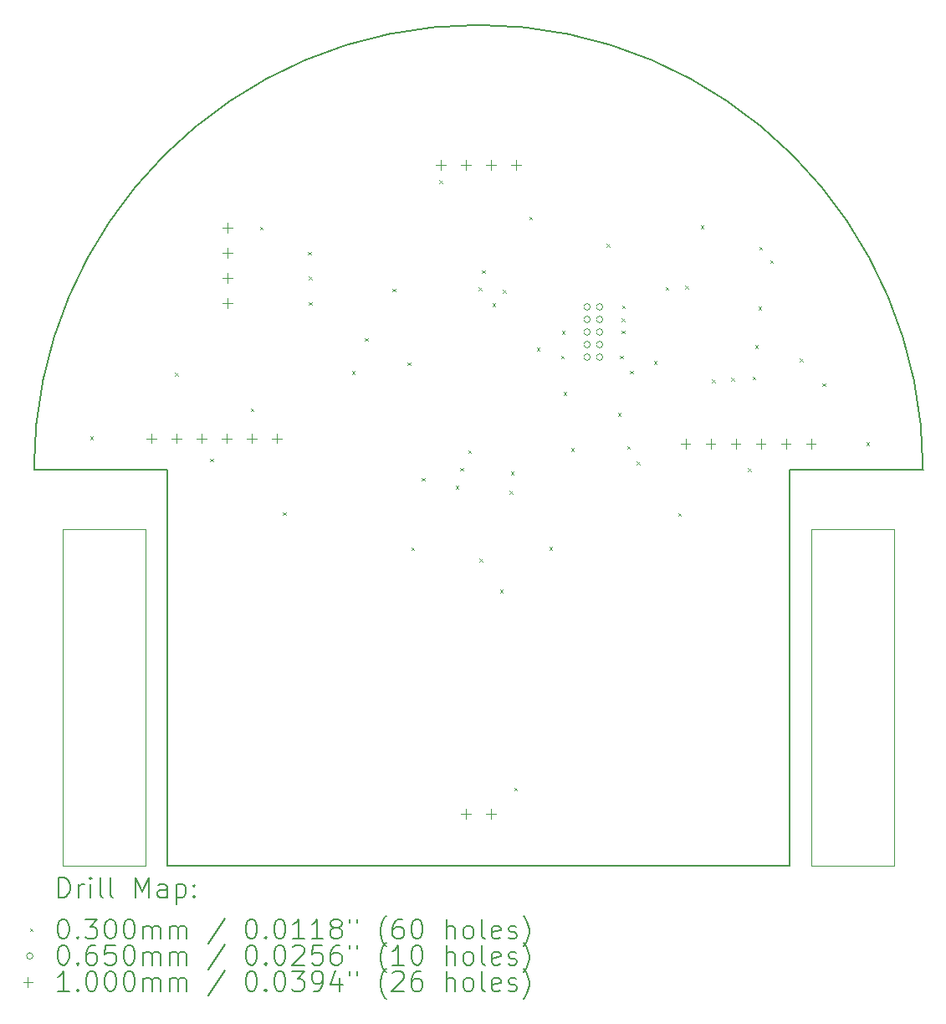
<source format=gbr>
%TF.GenerationSoftware,KiCad,Pcbnew,7.0.10*%
%TF.CreationDate,2024-01-31T17:44:46+01:00*%
%TF.ProjectId,minimouse,6d696e69-6d6f-4757-9365-2e6b69636164,rev?*%
%TF.SameCoordinates,Original*%
%TF.FileFunction,Drillmap*%
%TF.FilePolarity,Positive*%
%FSLAX45Y45*%
G04 Gerber Fmt 4.5, Leading zero omitted, Abs format (unit mm)*
G04 Created by KiCad (PCBNEW 7.0.10) date 2024-01-31 17:44:46*
%MOMM*%
%LPD*%
G01*
G04 APERTURE LIST*
%ADD10C,0.200000*%
%ADD11C,0.050000*%
%ADD12C,0.100000*%
G04 APERTURE END LIST*
D10*
X19500000Y-10000000D02*
G75*
G03*
X10500000Y-10000000I-4500000J0D01*
G01*
X18150000Y-14000000D02*
X11850000Y-14000000D01*
X11850000Y-10000000D02*
X10500000Y-10000000D01*
X18150000Y-10000000D02*
X18150000Y-14000000D01*
X19500000Y-10000000D02*
X18150000Y-10000000D01*
X11850000Y-14000000D02*
X11850000Y-10000000D01*
D11*
X10790000Y-10600000D02*
X11633000Y-10600000D01*
X11633000Y-14000000D01*
X10790000Y-14000000D01*
X10790000Y-10600000D01*
X19210000Y-14000000D02*
X18367000Y-14000000D01*
X18367000Y-10600000D01*
X19210000Y-10600000D01*
X19210000Y-14000000D01*
D10*
D12*
X11069000Y-9661000D02*
X11099000Y-9691000D01*
X11099000Y-9661000D02*
X11069000Y-9691000D01*
X11929000Y-9019000D02*
X11959000Y-9049000D01*
X11959000Y-9019000D02*
X11929000Y-9049000D01*
X12284000Y-9886000D02*
X12314000Y-9916000D01*
X12314000Y-9886000D02*
X12284000Y-9916000D01*
X12693000Y-9376000D02*
X12723000Y-9406000D01*
X12723000Y-9376000D02*
X12693000Y-9406000D01*
X12787000Y-7540000D02*
X12817000Y-7570000D01*
X12817000Y-7540000D02*
X12787000Y-7570000D01*
X13020000Y-10428000D02*
X13050000Y-10458000D01*
X13050000Y-10428000D02*
X13020000Y-10458000D01*
X13274000Y-7793000D02*
X13304000Y-7823000D01*
X13304000Y-7793000D02*
X13274000Y-7823000D01*
X13283000Y-8303000D02*
X13313000Y-8333000D01*
X13313000Y-8303000D02*
X13283000Y-8333000D01*
X13284000Y-8045000D02*
X13314000Y-8075000D01*
X13314000Y-8045000D02*
X13284000Y-8075000D01*
X13718000Y-9002000D02*
X13748000Y-9032000D01*
X13748000Y-9002000D02*
X13718000Y-9032000D01*
X13852000Y-8665000D02*
X13882000Y-8695000D01*
X13882000Y-8665000D02*
X13852000Y-8695000D01*
X14128000Y-8165000D02*
X14158000Y-8195000D01*
X14158000Y-8165000D02*
X14128000Y-8195000D01*
X14282000Y-8910000D02*
X14312000Y-8940000D01*
X14312000Y-8910000D02*
X14282000Y-8940000D01*
X14321000Y-10782000D02*
X14351000Y-10812000D01*
X14351000Y-10782000D02*
X14321000Y-10812000D01*
X14426000Y-10079000D02*
X14456000Y-10109000D01*
X14456000Y-10079000D02*
X14426000Y-10109000D01*
X14604000Y-7068000D02*
X14634000Y-7098000D01*
X14634000Y-7068000D02*
X14604000Y-7098000D01*
X14767000Y-10158000D02*
X14797000Y-10188000D01*
X14797000Y-10158000D02*
X14767000Y-10188000D01*
X14815000Y-9979000D02*
X14845000Y-10009000D01*
X14845000Y-9979000D02*
X14815000Y-10009000D01*
X14896000Y-9800000D02*
X14926000Y-9830000D01*
X14926000Y-9800000D02*
X14896000Y-9830000D01*
X15000000Y-8152000D02*
X15030000Y-8182000D01*
X15030000Y-8152000D02*
X15000000Y-8182000D01*
X15008000Y-10897000D02*
X15038000Y-10927000D01*
X15038000Y-10897000D02*
X15008000Y-10927000D01*
X15037000Y-7982000D02*
X15067000Y-8012000D01*
X15067000Y-7982000D02*
X15037000Y-8012000D01*
X15140000Y-8314000D02*
X15170000Y-8344000D01*
X15170000Y-8314000D02*
X15140000Y-8344000D01*
X15216000Y-11212000D02*
X15246000Y-11242000D01*
X15246000Y-11212000D02*
X15216000Y-11242000D01*
X15245000Y-8177000D02*
X15275000Y-8207000D01*
X15275000Y-8177000D02*
X15245000Y-8207000D01*
X15317000Y-10210000D02*
X15347000Y-10240000D01*
X15347000Y-10210000D02*
X15317000Y-10240000D01*
X15328000Y-10017000D02*
X15358000Y-10047000D01*
X15358000Y-10017000D02*
X15328000Y-10047000D01*
X15361000Y-13211000D02*
X15391000Y-13241000D01*
X15391000Y-13211000D02*
X15361000Y-13241000D01*
X15512000Y-7440000D02*
X15542000Y-7470000D01*
X15542000Y-7440000D02*
X15512000Y-7470000D01*
X15591000Y-8763000D02*
X15621000Y-8793000D01*
X15621000Y-8763000D02*
X15591000Y-8793000D01*
X15717000Y-10777000D02*
X15747000Y-10807000D01*
X15747000Y-10777000D02*
X15717000Y-10807000D01*
X15834000Y-8843000D02*
X15864000Y-8873000D01*
X15864000Y-8843000D02*
X15834000Y-8873000D01*
X15846000Y-8593000D02*
X15876000Y-8623000D01*
X15876000Y-8593000D02*
X15846000Y-8623000D01*
X15860000Y-9211000D02*
X15890000Y-9241000D01*
X15890000Y-9211000D02*
X15860000Y-9241000D01*
X15937000Y-9780000D02*
X15967000Y-9810000D01*
X15967000Y-9780000D02*
X15937000Y-9810000D01*
X16298000Y-7714000D02*
X16328000Y-7744000D01*
X16328000Y-7714000D02*
X16298000Y-7744000D01*
X16410000Y-9421750D02*
X16440000Y-9451750D01*
X16440000Y-9421750D02*
X16410000Y-9451750D01*
X16434000Y-8842000D02*
X16464000Y-8872000D01*
X16464000Y-8842000D02*
X16434000Y-8872000D01*
X16448000Y-8468000D02*
X16478000Y-8498000D01*
X16478000Y-8468000D02*
X16448000Y-8498000D01*
X16448000Y-8590000D02*
X16478000Y-8620000D01*
X16478000Y-8590000D02*
X16448000Y-8620000D01*
X16453000Y-8336000D02*
X16483000Y-8366000D01*
X16483000Y-8336000D02*
X16453000Y-8366000D01*
X16503000Y-9757000D02*
X16533000Y-9787000D01*
X16533000Y-9757000D02*
X16503000Y-9787000D01*
X16535000Y-8998000D02*
X16565000Y-9028000D01*
X16565000Y-8998000D02*
X16535000Y-9028000D01*
X16600000Y-9915000D02*
X16630000Y-9945000D01*
X16630000Y-9915000D02*
X16600000Y-9945000D01*
X16774000Y-8898000D02*
X16804000Y-8928000D01*
X16804000Y-8898000D02*
X16774000Y-8928000D01*
X16895000Y-8151000D02*
X16925000Y-8181000D01*
X16925000Y-8151000D02*
X16895000Y-8181000D01*
X17022000Y-10434000D02*
X17052000Y-10464000D01*
X17052000Y-10434000D02*
X17022000Y-10464000D01*
X17094000Y-8135000D02*
X17124000Y-8165000D01*
X17124000Y-8135000D02*
X17094000Y-8165000D01*
X17251000Y-7526000D02*
X17281000Y-7556000D01*
X17281000Y-7526000D02*
X17251000Y-7556000D01*
X17364000Y-9087000D02*
X17394000Y-9117000D01*
X17394000Y-9087000D02*
X17364000Y-9117000D01*
X17560000Y-9068000D02*
X17590000Y-9098000D01*
X17590000Y-9068000D02*
X17560000Y-9098000D01*
X17727000Y-9981000D02*
X17757000Y-10011000D01*
X17757000Y-9981000D02*
X17727000Y-10011000D01*
X17773000Y-9056000D02*
X17803000Y-9086000D01*
X17803000Y-9056000D02*
X17773000Y-9086000D01*
X17798000Y-8737000D02*
X17828000Y-8767000D01*
X17828000Y-8737000D02*
X17798000Y-8767000D01*
X17833000Y-8349000D02*
X17863000Y-8379000D01*
X17863000Y-8349000D02*
X17833000Y-8379000D01*
X17842000Y-7744000D02*
X17872000Y-7774000D01*
X17872000Y-7744000D02*
X17842000Y-7774000D01*
X17952000Y-7879000D02*
X17982000Y-7909000D01*
X17982000Y-7879000D02*
X17952000Y-7909000D01*
X18255000Y-8872000D02*
X18285000Y-8902000D01*
X18285000Y-8872000D02*
X18255000Y-8902000D01*
X18480000Y-9124000D02*
X18510000Y-9154000D01*
X18510000Y-9124000D02*
X18480000Y-9154000D01*
X18926000Y-9719000D02*
X18956000Y-9749000D01*
X18956000Y-9719000D02*
X18926000Y-9749000D01*
X16131500Y-8351000D02*
G75*
G03*
X16066500Y-8351000I-32500J0D01*
G01*
X16066500Y-8351000D02*
G75*
G03*
X16131500Y-8351000I32500J0D01*
G01*
X16131500Y-8478000D02*
G75*
G03*
X16066500Y-8478000I-32500J0D01*
G01*
X16066500Y-8478000D02*
G75*
G03*
X16131500Y-8478000I32500J0D01*
G01*
X16131500Y-8605000D02*
G75*
G03*
X16066500Y-8605000I-32500J0D01*
G01*
X16066500Y-8605000D02*
G75*
G03*
X16131500Y-8605000I32500J0D01*
G01*
X16131500Y-8732000D02*
G75*
G03*
X16066500Y-8732000I-32500J0D01*
G01*
X16066500Y-8732000D02*
G75*
G03*
X16131500Y-8732000I32500J0D01*
G01*
X16131500Y-8859000D02*
G75*
G03*
X16066500Y-8859000I-32500J0D01*
G01*
X16066500Y-8859000D02*
G75*
G03*
X16131500Y-8859000I32500J0D01*
G01*
X16258500Y-8351000D02*
G75*
G03*
X16193500Y-8351000I-32500J0D01*
G01*
X16193500Y-8351000D02*
G75*
G03*
X16258500Y-8351000I32500J0D01*
G01*
X16258500Y-8478000D02*
G75*
G03*
X16193500Y-8478000I-32500J0D01*
G01*
X16193500Y-8478000D02*
G75*
G03*
X16258500Y-8478000I32500J0D01*
G01*
X16258500Y-8605000D02*
G75*
G03*
X16193500Y-8605000I-32500J0D01*
G01*
X16193500Y-8605000D02*
G75*
G03*
X16258500Y-8605000I32500J0D01*
G01*
X16258500Y-8732000D02*
G75*
G03*
X16193500Y-8732000I-32500J0D01*
G01*
X16193500Y-8732000D02*
G75*
G03*
X16258500Y-8732000I32500J0D01*
G01*
X16258500Y-8859000D02*
G75*
G03*
X16193500Y-8859000I-32500J0D01*
G01*
X16193500Y-8859000D02*
G75*
G03*
X16258500Y-8859000I32500J0D01*
G01*
X11690000Y-9630000D02*
X11690000Y-9730000D01*
X11640000Y-9680000D02*
X11740000Y-9680000D01*
X11944000Y-9630000D02*
X11944000Y-9730000D01*
X11894000Y-9680000D02*
X11994000Y-9680000D01*
X12198000Y-9630000D02*
X12198000Y-9730000D01*
X12148000Y-9680000D02*
X12248000Y-9680000D01*
X12452000Y-9630000D02*
X12452000Y-9730000D01*
X12402000Y-9680000D02*
X12502000Y-9680000D01*
X12459000Y-7504000D02*
X12459000Y-7604000D01*
X12409000Y-7554000D02*
X12509000Y-7554000D01*
X12459000Y-7758000D02*
X12459000Y-7858000D01*
X12409000Y-7808000D02*
X12509000Y-7808000D01*
X12459000Y-8012000D02*
X12459000Y-8112000D01*
X12409000Y-8062000D02*
X12509000Y-8062000D01*
X12459000Y-8266000D02*
X12459000Y-8366000D01*
X12409000Y-8316000D02*
X12509000Y-8316000D01*
X12706000Y-9630000D02*
X12706000Y-9730000D01*
X12656000Y-9680000D02*
X12756000Y-9680000D01*
X12960000Y-9630000D02*
X12960000Y-9730000D01*
X12910000Y-9680000D02*
X13010000Y-9680000D01*
X14619000Y-6862500D02*
X14619000Y-6962500D01*
X14569000Y-6912500D02*
X14669000Y-6912500D01*
X14619000Y-6862500D02*
X14619000Y-6962500D01*
X14569000Y-6912500D02*
X14669000Y-6912500D01*
X14873000Y-6862500D02*
X14873000Y-6962500D01*
X14823000Y-6912500D02*
X14923000Y-6912500D01*
X14873000Y-6862500D02*
X14873000Y-6962500D01*
X14823000Y-6912500D02*
X14923000Y-6912500D01*
X14873000Y-13427500D02*
X14873000Y-13527500D01*
X14823000Y-13477500D02*
X14923000Y-13477500D01*
X15127000Y-6862500D02*
X15127000Y-6962500D01*
X15077000Y-6912500D02*
X15177000Y-6912500D01*
X15127000Y-6862500D02*
X15127000Y-6962500D01*
X15077000Y-6912500D02*
X15177000Y-6912500D01*
X15127000Y-13427500D02*
X15127000Y-13527500D01*
X15077000Y-13477500D02*
X15177000Y-13477500D01*
X15381000Y-6862500D02*
X15381000Y-6962500D01*
X15331000Y-6912500D02*
X15431000Y-6912500D01*
X15381000Y-6862500D02*
X15381000Y-6962500D01*
X15331000Y-6912500D02*
X15431000Y-6912500D01*
X17096000Y-9686000D02*
X17096000Y-9786000D01*
X17046000Y-9736000D02*
X17146000Y-9736000D01*
X17350000Y-9686000D02*
X17350000Y-9786000D01*
X17300000Y-9736000D02*
X17400000Y-9736000D01*
X17604000Y-9686000D02*
X17604000Y-9786000D01*
X17554000Y-9736000D02*
X17654000Y-9736000D01*
X17858000Y-9686000D02*
X17858000Y-9786000D01*
X17808000Y-9736000D02*
X17908000Y-9736000D01*
X18112000Y-9686000D02*
X18112000Y-9786000D01*
X18062000Y-9736000D02*
X18162000Y-9736000D01*
X18366000Y-9686000D02*
X18366000Y-9786000D01*
X18316000Y-9736000D02*
X18416000Y-9736000D01*
D10*
X10750777Y-14321484D02*
X10750777Y-14121484D01*
X10750777Y-14121484D02*
X10798396Y-14121484D01*
X10798396Y-14121484D02*
X10826967Y-14131008D01*
X10826967Y-14131008D02*
X10846015Y-14150055D01*
X10846015Y-14150055D02*
X10855539Y-14169103D01*
X10855539Y-14169103D02*
X10865063Y-14207198D01*
X10865063Y-14207198D02*
X10865063Y-14235769D01*
X10865063Y-14235769D02*
X10855539Y-14273865D01*
X10855539Y-14273865D02*
X10846015Y-14292912D01*
X10846015Y-14292912D02*
X10826967Y-14311960D01*
X10826967Y-14311960D02*
X10798396Y-14321484D01*
X10798396Y-14321484D02*
X10750777Y-14321484D01*
X10950777Y-14321484D02*
X10950777Y-14188150D01*
X10950777Y-14226246D02*
X10960301Y-14207198D01*
X10960301Y-14207198D02*
X10969824Y-14197674D01*
X10969824Y-14197674D02*
X10988872Y-14188150D01*
X10988872Y-14188150D02*
X11007920Y-14188150D01*
X11074586Y-14321484D02*
X11074586Y-14188150D01*
X11074586Y-14121484D02*
X11065063Y-14131008D01*
X11065063Y-14131008D02*
X11074586Y-14140531D01*
X11074586Y-14140531D02*
X11084110Y-14131008D01*
X11084110Y-14131008D02*
X11074586Y-14121484D01*
X11074586Y-14121484D02*
X11074586Y-14140531D01*
X11198396Y-14321484D02*
X11179348Y-14311960D01*
X11179348Y-14311960D02*
X11169824Y-14292912D01*
X11169824Y-14292912D02*
X11169824Y-14121484D01*
X11303158Y-14321484D02*
X11284110Y-14311960D01*
X11284110Y-14311960D02*
X11274586Y-14292912D01*
X11274586Y-14292912D02*
X11274586Y-14121484D01*
X11531729Y-14321484D02*
X11531729Y-14121484D01*
X11531729Y-14121484D02*
X11598396Y-14264341D01*
X11598396Y-14264341D02*
X11665062Y-14121484D01*
X11665062Y-14121484D02*
X11665062Y-14321484D01*
X11846015Y-14321484D02*
X11846015Y-14216722D01*
X11846015Y-14216722D02*
X11836491Y-14197674D01*
X11836491Y-14197674D02*
X11817443Y-14188150D01*
X11817443Y-14188150D02*
X11779348Y-14188150D01*
X11779348Y-14188150D02*
X11760301Y-14197674D01*
X11846015Y-14311960D02*
X11826967Y-14321484D01*
X11826967Y-14321484D02*
X11779348Y-14321484D01*
X11779348Y-14321484D02*
X11760301Y-14311960D01*
X11760301Y-14311960D02*
X11750777Y-14292912D01*
X11750777Y-14292912D02*
X11750777Y-14273865D01*
X11750777Y-14273865D02*
X11760301Y-14254817D01*
X11760301Y-14254817D02*
X11779348Y-14245293D01*
X11779348Y-14245293D02*
X11826967Y-14245293D01*
X11826967Y-14245293D02*
X11846015Y-14235769D01*
X11941253Y-14188150D02*
X11941253Y-14388150D01*
X11941253Y-14197674D02*
X11960301Y-14188150D01*
X11960301Y-14188150D02*
X11998396Y-14188150D01*
X11998396Y-14188150D02*
X12017443Y-14197674D01*
X12017443Y-14197674D02*
X12026967Y-14207198D01*
X12026967Y-14207198D02*
X12036491Y-14226246D01*
X12036491Y-14226246D02*
X12036491Y-14283388D01*
X12036491Y-14283388D02*
X12026967Y-14302436D01*
X12026967Y-14302436D02*
X12017443Y-14311960D01*
X12017443Y-14311960D02*
X11998396Y-14321484D01*
X11998396Y-14321484D02*
X11960301Y-14321484D01*
X11960301Y-14321484D02*
X11941253Y-14311960D01*
X12122205Y-14302436D02*
X12131729Y-14311960D01*
X12131729Y-14311960D02*
X12122205Y-14321484D01*
X12122205Y-14321484D02*
X12112682Y-14311960D01*
X12112682Y-14311960D02*
X12122205Y-14302436D01*
X12122205Y-14302436D02*
X12122205Y-14321484D01*
X12122205Y-14197674D02*
X12131729Y-14207198D01*
X12131729Y-14207198D02*
X12122205Y-14216722D01*
X12122205Y-14216722D02*
X12112682Y-14207198D01*
X12112682Y-14207198D02*
X12122205Y-14197674D01*
X12122205Y-14197674D02*
X12122205Y-14216722D01*
D12*
X10460000Y-14635000D02*
X10490000Y-14665000D01*
X10490000Y-14635000D02*
X10460000Y-14665000D01*
D10*
X10788872Y-14541484D02*
X10807920Y-14541484D01*
X10807920Y-14541484D02*
X10826967Y-14551008D01*
X10826967Y-14551008D02*
X10836491Y-14560531D01*
X10836491Y-14560531D02*
X10846015Y-14579579D01*
X10846015Y-14579579D02*
X10855539Y-14617674D01*
X10855539Y-14617674D02*
X10855539Y-14665293D01*
X10855539Y-14665293D02*
X10846015Y-14703388D01*
X10846015Y-14703388D02*
X10836491Y-14722436D01*
X10836491Y-14722436D02*
X10826967Y-14731960D01*
X10826967Y-14731960D02*
X10807920Y-14741484D01*
X10807920Y-14741484D02*
X10788872Y-14741484D01*
X10788872Y-14741484D02*
X10769824Y-14731960D01*
X10769824Y-14731960D02*
X10760301Y-14722436D01*
X10760301Y-14722436D02*
X10750777Y-14703388D01*
X10750777Y-14703388D02*
X10741253Y-14665293D01*
X10741253Y-14665293D02*
X10741253Y-14617674D01*
X10741253Y-14617674D02*
X10750777Y-14579579D01*
X10750777Y-14579579D02*
X10760301Y-14560531D01*
X10760301Y-14560531D02*
X10769824Y-14551008D01*
X10769824Y-14551008D02*
X10788872Y-14541484D01*
X10941253Y-14722436D02*
X10950777Y-14731960D01*
X10950777Y-14731960D02*
X10941253Y-14741484D01*
X10941253Y-14741484D02*
X10931729Y-14731960D01*
X10931729Y-14731960D02*
X10941253Y-14722436D01*
X10941253Y-14722436D02*
X10941253Y-14741484D01*
X11017444Y-14541484D02*
X11141253Y-14541484D01*
X11141253Y-14541484D02*
X11074586Y-14617674D01*
X11074586Y-14617674D02*
X11103158Y-14617674D01*
X11103158Y-14617674D02*
X11122205Y-14627198D01*
X11122205Y-14627198D02*
X11131729Y-14636722D01*
X11131729Y-14636722D02*
X11141253Y-14655769D01*
X11141253Y-14655769D02*
X11141253Y-14703388D01*
X11141253Y-14703388D02*
X11131729Y-14722436D01*
X11131729Y-14722436D02*
X11122205Y-14731960D01*
X11122205Y-14731960D02*
X11103158Y-14741484D01*
X11103158Y-14741484D02*
X11046015Y-14741484D01*
X11046015Y-14741484D02*
X11026967Y-14731960D01*
X11026967Y-14731960D02*
X11017444Y-14722436D01*
X11265062Y-14541484D02*
X11284110Y-14541484D01*
X11284110Y-14541484D02*
X11303158Y-14551008D01*
X11303158Y-14551008D02*
X11312682Y-14560531D01*
X11312682Y-14560531D02*
X11322205Y-14579579D01*
X11322205Y-14579579D02*
X11331729Y-14617674D01*
X11331729Y-14617674D02*
X11331729Y-14665293D01*
X11331729Y-14665293D02*
X11322205Y-14703388D01*
X11322205Y-14703388D02*
X11312682Y-14722436D01*
X11312682Y-14722436D02*
X11303158Y-14731960D01*
X11303158Y-14731960D02*
X11284110Y-14741484D01*
X11284110Y-14741484D02*
X11265062Y-14741484D01*
X11265062Y-14741484D02*
X11246015Y-14731960D01*
X11246015Y-14731960D02*
X11236491Y-14722436D01*
X11236491Y-14722436D02*
X11226967Y-14703388D01*
X11226967Y-14703388D02*
X11217443Y-14665293D01*
X11217443Y-14665293D02*
X11217443Y-14617674D01*
X11217443Y-14617674D02*
X11226967Y-14579579D01*
X11226967Y-14579579D02*
X11236491Y-14560531D01*
X11236491Y-14560531D02*
X11246015Y-14551008D01*
X11246015Y-14551008D02*
X11265062Y-14541484D01*
X11455539Y-14541484D02*
X11474586Y-14541484D01*
X11474586Y-14541484D02*
X11493634Y-14551008D01*
X11493634Y-14551008D02*
X11503158Y-14560531D01*
X11503158Y-14560531D02*
X11512682Y-14579579D01*
X11512682Y-14579579D02*
X11522205Y-14617674D01*
X11522205Y-14617674D02*
X11522205Y-14665293D01*
X11522205Y-14665293D02*
X11512682Y-14703388D01*
X11512682Y-14703388D02*
X11503158Y-14722436D01*
X11503158Y-14722436D02*
X11493634Y-14731960D01*
X11493634Y-14731960D02*
X11474586Y-14741484D01*
X11474586Y-14741484D02*
X11455539Y-14741484D01*
X11455539Y-14741484D02*
X11436491Y-14731960D01*
X11436491Y-14731960D02*
X11426967Y-14722436D01*
X11426967Y-14722436D02*
X11417443Y-14703388D01*
X11417443Y-14703388D02*
X11407920Y-14665293D01*
X11407920Y-14665293D02*
X11407920Y-14617674D01*
X11407920Y-14617674D02*
X11417443Y-14579579D01*
X11417443Y-14579579D02*
X11426967Y-14560531D01*
X11426967Y-14560531D02*
X11436491Y-14551008D01*
X11436491Y-14551008D02*
X11455539Y-14541484D01*
X11607920Y-14741484D02*
X11607920Y-14608150D01*
X11607920Y-14627198D02*
X11617443Y-14617674D01*
X11617443Y-14617674D02*
X11636491Y-14608150D01*
X11636491Y-14608150D02*
X11665063Y-14608150D01*
X11665063Y-14608150D02*
X11684110Y-14617674D01*
X11684110Y-14617674D02*
X11693634Y-14636722D01*
X11693634Y-14636722D02*
X11693634Y-14741484D01*
X11693634Y-14636722D02*
X11703158Y-14617674D01*
X11703158Y-14617674D02*
X11722205Y-14608150D01*
X11722205Y-14608150D02*
X11750777Y-14608150D01*
X11750777Y-14608150D02*
X11769824Y-14617674D01*
X11769824Y-14617674D02*
X11779348Y-14636722D01*
X11779348Y-14636722D02*
X11779348Y-14741484D01*
X11874586Y-14741484D02*
X11874586Y-14608150D01*
X11874586Y-14627198D02*
X11884110Y-14617674D01*
X11884110Y-14617674D02*
X11903158Y-14608150D01*
X11903158Y-14608150D02*
X11931729Y-14608150D01*
X11931729Y-14608150D02*
X11950777Y-14617674D01*
X11950777Y-14617674D02*
X11960301Y-14636722D01*
X11960301Y-14636722D02*
X11960301Y-14741484D01*
X11960301Y-14636722D02*
X11969824Y-14617674D01*
X11969824Y-14617674D02*
X11988872Y-14608150D01*
X11988872Y-14608150D02*
X12017443Y-14608150D01*
X12017443Y-14608150D02*
X12036491Y-14617674D01*
X12036491Y-14617674D02*
X12046015Y-14636722D01*
X12046015Y-14636722D02*
X12046015Y-14741484D01*
X12436491Y-14531960D02*
X12265063Y-14789103D01*
X12693634Y-14541484D02*
X12712682Y-14541484D01*
X12712682Y-14541484D02*
X12731729Y-14551008D01*
X12731729Y-14551008D02*
X12741253Y-14560531D01*
X12741253Y-14560531D02*
X12750777Y-14579579D01*
X12750777Y-14579579D02*
X12760301Y-14617674D01*
X12760301Y-14617674D02*
X12760301Y-14665293D01*
X12760301Y-14665293D02*
X12750777Y-14703388D01*
X12750777Y-14703388D02*
X12741253Y-14722436D01*
X12741253Y-14722436D02*
X12731729Y-14731960D01*
X12731729Y-14731960D02*
X12712682Y-14741484D01*
X12712682Y-14741484D02*
X12693634Y-14741484D01*
X12693634Y-14741484D02*
X12674586Y-14731960D01*
X12674586Y-14731960D02*
X12665063Y-14722436D01*
X12665063Y-14722436D02*
X12655539Y-14703388D01*
X12655539Y-14703388D02*
X12646015Y-14665293D01*
X12646015Y-14665293D02*
X12646015Y-14617674D01*
X12646015Y-14617674D02*
X12655539Y-14579579D01*
X12655539Y-14579579D02*
X12665063Y-14560531D01*
X12665063Y-14560531D02*
X12674586Y-14551008D01*
X12674586Y-14551008D02*
X12693634Y-14541484D01*
X12846015Y-14722436D02*
X12855539Y-14731960D01*
X12855539Y-14731960D02*
X12846015Y-14741484D01*
X12846015Y-14741484D02*
X12836491Y-14731960D01*
X12836491Y-14731960D02*
X12846015Y-14722436D01*
X12846015Y-14722436D02*
X12846015Y-14741484D01*
X12979348Y-14541484D02*
X12998396Y-14541484D01*
X12998396Y-14541484D02*
X13017444Y-14551008D01*
X13017444Y-14551008D02*
X13026967Y-14560531D01*
X13026967Y-14560531D02*
X13036491Y-14579579D01*
X13036491Y-14579579D02*
X13046015Y-14617674D01*
X13046015Y-14617674D02*
X13046015Y-14665293D01*
X13046015Y-14665293D02*
X13036491Y-14703388D01*
X13036491Y-14703388D02*
X13026967Y-14722436D01*
X13026967Y-14722436D02*
X13017444Y-14731960D01*
X13017444Y-14731960D02*
X12998396Y-14741484D01*
X12998396Y-14741484D02*
X12979348Y-14741484D01*
X12979348Y-14741484D02*
X12960301Y-14731960D01*
X12960301Y-14731960D02*
X12950777Y-14722436D01*
X12950777Y-14722436D02*
X12941253Y-14703388D01*
X12941253Y-14703388D02*
X12931729Y-14665293D01*
X12931729Y-14665293D02*
X12931729Y-14617674D01*
X12931729Y-14617674D02*
X12941253Y-14579579D01*
X12941253Y-14579579D02*
X12950777Y-14560531D01*
X12950777Y-14560531D02*
X12960301Y-14551008D01*
X12960301Y-14551008D02*
X12979348Y-14541484D01*
X13236491Y-14741484D02*
X13122206Y-14741484D01*
X13179348Y-14741484D02*
X13179348Y-14541484D01*
X13179348Y-14541484D02*
X13160301Y-14570055D01*
X13160301Y-14570055D02*
X13141253Y-14589103D01*
X13141253Y-14589103D02*
X13122206Y-14598627D01*
X13426967Y-14741484D02*
X13312682Y-14741484D01*
X13369825Y-14741484D02*
X13369825Y-14541484D01*
X13369825Y-14541484D02*
X13350777Y-14570055D01*
X13350777Y-14570055D02*
X13331729Y-14589103D01*
X13331729Y-14589103D02*
X13312682Y-14598627D01*
X13541253Y-14627198D02*
X13522206Y-14617674D01*
X13522206Y-14617674D02*
X13512682Y-14608150D01*
X13512682Y-14608150D02*
X13503158Y-14589103D01*
X13503158Y-14589103D02*
X13503158Y-14579579D01*
X13503158Y-14579579D02*
X13512682Y-14560531D01*
X13512682Y-14560531D02*
X13522206Y-14551008D01*
X13522206Y-14551008D02*
X13541253Y-14541484D01*
X13541253Y-14541484D02*
X13579348Y-14541484D01*
X13579348Y-14541484D02*
X13598396Y-14551008D01*
X13598396Y-14551008D02*
X13607920Y-14560531D01*
X13607920Y-14560531D02*
X13617444Y-14579579D01*
X13617444Y-14579579D02*
X13617444Y-14589103D01*
X13617444Y-14589103D02*
X13607920Y-14608150D01*
X13607920Y-14608150D02*
X13598396Y-14617674D01*
X13598396Y-14617674D02*
X13579348Y-14627198D01*
X13579348Y-14627198D02*
X13541253Y-14627198D01*
X13541253Y-14627198D02*
X13522206Y-14636722D01*
X13522206Y-14636722D02*
X13512682Y-14646246D01*
X13512682Y-14646246D02*
X13503158Y-14665293D01*
X13503158Y-14665293D02*
X13503158Y-14703388D01*
X13503158Y-14703388D02*
X13512682Y-14722436D01*
X13512682Y-14722436D02*
X13522206Y-14731960D01*
X13522206Y-14731960D02*
X13541253Y-14741484D01*
X13541253Y-14741484D02*
X13579348Y-14741484D01*
X13579348Y-14741484D02*
X13598396Y-14731960D01*
X13598396Y-14731960D02*
X13607920Y-14722436D01*
X13607920Y-14722436D02*
X13617444Y-14703388D01*
X13617444Y-14703388D02*
X13617444Y-14665293D01*
X13617444Y-14665293D02*
X13607920Y-14646246D01*
X13607920Y-14646246D02*
X13598396Y-14636722D01*
X13598396Y-14636722D02*
X13579348Y-14627198D01*
X13693634Y-14541484D02*
X13693634Y-14579579D01*
X13769825Y-14541484D02*
X13769825Y-14579579D01*
X14065063Y-14817674D02*
X14055539Y-14808150D01*
X14055539Y-14808150D02*
X14036491Y-14779579D01*
X14036491Y-14779579D02*
X14026968Y-14760531D01*
X14026968Y-14760531D02*
X14017444Y-14731960D01*
X14017444Y-14731960D02*
X14007920Y-14684341D01*
X14007920Y-14684341D02*
X14007920Y-14646246D01*
X14007920Y-14646246D02*
X14017444Y-14598627D01*
X14017444Y-14598627D02*
X14026968Y-14570055D01*
X14026968Y-14570055D02*
X14036491Y-14551008D01*
X14036491Y-14551008D02*
X14055539Y-14522436D01*
X14055539Y-14522436D02*
X14065063Y-14512912D01*
X14226968Y-14541484D02*
X14188872Y-14541484D01*
X14188872Y-14541484D02*
X14169825Y-14551008D01*
X14169825Y-14551008D02*
X14160301Y-14560531D01*
X14160301Y-14560531D02*
X14141253Y-14589103D01*
X14141253Y-14589103D02*
X14131729Y-14627198D01*
X14131729Y-14627198D02*
X14131729Y-14703388D01*
X14131729Y-14703388D02*
X14141253Y-14722436D01*
X14141253Y-14722436D02*
X14150777Y-14731960D01*
X14150777Y-14731960D02*
X14169825Y-14741484D01*
X14169825Y-14741484D02*
X14207920Y-14741484D01*
X14207920Y-14741484D02*
X14226968Y-14731960D01*
X14226968Y-14731960D02*
X14236491Y-14722436D01*
X14236491Y-14722436D02*
X14246015Y-14703388D01*
X14246015Y-14703388D02*
X14246015Y-14655769D01*
X14246015Y-14655769D02*
X14236491Y-14636722D01*
X14236491Y-14636722D02*
X14226968Y-14627198D01*
X14226968Y-14627198D02*
X14207920Y-14617674D01*
X14207920Y-14617674D02*
X14169825Y-14617674D01*
X14169825Y-14617674D02*
X14150777Y-14627198D01*
X14150777Y-14627198D02*
X14141253Y-14636722D01*
X14141253Y-14636722D02*
X14131729Y-14655769D01*
X14369825Y-14541484D02*
X14388872Y-14541484D01*
X14388872Y-14541484D02*
X14407920Y-14551008D01*
X14407920Y-14551008D02*
X14417444Y-14560531D01*
X14417444Y-14560531D02*
X14426968Y-14579579D01*
X14426968Y-14579579D02*
X14436491Y-14617674D01*
X14436491Y-14617674D02*
X14436491Y-14665293D01*
X14436491Y-14665293D02*
X14426968Y-14703388D01*
X14426968Y-14703388D02*
X14417444Y-14722436D01*
X14417444Y-14722436D02*
X14407920Y-14731960D01*
X14407920Y-14731960D02*
X14388872Y-14741484D01*
X14388872Y-14741484D02*
X14369825Y-14741484D01*
X14369825Y-14741484D02*
X14350777Y-14731960D01*
X14350777Y-14731960D02*
X14341253Y-14722436D01*
X14341253Y-14722436D02*
X14331729Y-14703388D01*
X14331729Y-14703388D02*
X14322206Y-14665293D01*
X14322206Y-14665293D02*
X14322206Y-14617674D01*
X14322206Y-14617674D02*
X14331729Y-14579579D01*
X14331729Y-14579579D02*
X14341253Y-14560531D01*
X14341253Y-14560531D02*
X14350777Y-14551008D01*
X14350777Y-14551008D02*
X14369825Y-14541484D01*
X14674587Y-14741484D02*
X14674587Y-14541484D01*
X14760301Y-14741484D02*
X14760301Y-14636722D01*
X14760301Y-14636722D02*
X14750777Y-14617674D01*
X14750777Y-14617674D02*
X14731730Y-14608150D01*
X14731730Y-14608150D02*
X14703158Y-14608150D01*
X14703158Y-14608150D02*
X14684110Y-14617674D01*
X14684110Y-14617674D02*
X14674587Y-14627198D01*
X14884110Y-14741484D02*
X14865063Y-14731960D01*
X14865063Y-14731960D02*
X14855539Y-14722436D01*
X14855539Y-14722436D02*
X14846015Y-14703388D01*
X14846015Y-14703388D02*
X14846015Y-14646246D01*
X14846015Y-14646246D02*
X14855539Y-14627198D01*
X14855539Y-14627198D02*
X14865063Y-14617674D01*
X14865063Y-14617674D02*
X14884110Y-14608150D01*
X14884110Y-14608150D02*
X14912682Y-14608150D01*
X14912682Y-14608150D02*
X14931730Y-14617674D01*
X14931730Y-14617674D02*
X14941253Y-14627198D01*
X14941253Y-14627198D02*
X14950777Y-14646246D01*
X14950777Y-14646246D02*
X14950777Y-14703388D01*
X14950777Y-14703388D02*
X14941253Y-14722436D01*
X14941253Y-14722436D02*
X14931730Y-14731960D01*
X14931730Y-14731960D02*
X14912682Y-14741484D01*
X14912682Y-14741484D02*
X14884110Y-14741484D01*
X15065063Y-14741484D02*
X15046015Y-14731960D01*
X15046015Y-14731960D02*
X15036491Y-14712912D01*
X15036491Y-14712912D02*
X15036491Y-14541484D01*
X15217444Y-14731960D02*
X15198396Y-14741484D01*
X15198396Y-14741484D02*
X15160301Y-14741484D01*
X15160301Y-14741484D02*
X15141253Y-14731960D01*
X15141253Y-14731960D02*
X15131730Y-14712912D01*
X15131730Y-14712912D02*
X15131730Y-14636722D01*
X15131730Y-14636722D02*
X15141253Y-14617674D01*
X15141253Y-14617674D02*
X15160301Y-14608150D01*
X15160301Y-14608150D02*
X15198396Y-14608150D01*
X15198396Y-14608150D02*
X15217444Y-14617674D01*
X15217444Y-14617674D02*
X15226968Y-14636722D01*
X15226968Y-14636722D02*
X15226968Y-14655769D01*
X15226968Y-14655769D02*
X15131730Y-14674817D01*
X15303158Y-14731960D02*
X15322206Y-14741484D01*
X15322206Y-14741484D02*
X15360301Y-14741484D01*
X15360301Y-14741484D02*
X15379349Y-14731960D01*
X15379349Y-14731960D02*
X15388872Y-14712912D01*
X15388872Y-14712912D02*
X15388872Y-14703388D01*
X15388872Y-14703388D02*
X15379349Y-14684341D01*
X15379349Y-14684341D02*
X15360301Y-14674817D01*
X15360301Y-14674817D02*
X15331730Y-14674817D01*
X15331730Y-14674817D02*
X15312682Y-14665293D01*
X15312682Y-14665293D02*
X15303158Y-14646246D01*
X15303158Y-14646246D02*
X15303158Y-14636722D01*
X15303158Y-14636722D02*
X15312682Y-14617674D01*
X15312682Y-14617674D02*
X15331730Y-14608150D01*
X15331730Y-14608150D02*
X15360301Y-14608150D01*
X15360301Y-14608150D02*
X15379349Y-14617674D01*
X15455539Y-14817674D02*
X15465063Y-14808150D01*
X15465063Y-14808150D02*
X15484111Y-14779579D01*
X15484111Y-14779579D02*
X15493634Y-14760531D01*
X15493634Y-14760531D02*
X15503158Y-14731960D01*
X15503158Y-14731960D02*
X15512682Y-14684341D01*
X15512682Y-14684341D02*
X15512682Y-14646246D01*
X15512682Y-14646246D02*
X15503158Y-14598627D01*
X15503158Y-14598627D02*
X15493634Y-14570055D01*
X15493634Y-14570055D02*
X15484111Y-14551008D01*
X15484111Y-14551008D02*
X15465063Y-14522436D01*
X15465063Y-14522436D02*
X15455539Y-14512912D01*
D12*
X10490000Y-14914000D02*
G75*
G03*
X10425000Y-14914000I-32500J0D01*
G01*
X10425000Y-14914000D02*
G75*
G03*
X10490000Y-14914000I32500J0D01*
G01*
D10*
X10788872Y-14805484D02*
X10807920Y-14805484D01*
X10807920Y-14805484D02*
X10826967Y-14815008D01*
X10826967Y-14815008D02*
X10836491Y-14824531D01*
X10836491Y-14824531D02*
X10846015Y-14843579D01*
X10846015Y-14843579D02*
X10855539Y-14881674D01*
X10855539Y-14881674D02*
X10855539Y-14929293D01*
X10855539Y-14929293D02*
X10846015Y-14967388D01*
X10846015Y-14967388D02*
X10836491Y-14986436D01*
X10836491Y-14986436D02*
X10826967Y-14995960D01*
X10826967Y-14995960D02*
X10807920Y-15005484D01*
X10807920Y-15005484D02*
X10788872Y-15005484D01*
X10788872Y-15005484D02*
X10769824Y-14995960D01*
X10769824Y-14995960D02*
X10760301Y-14986436D01*
X10760301Y-14986436D02*
X10750777Y-14967388D01*
X10750777Y-14967388D02*
X10741253Y-14929293D01*
X10741253Y-14929293D02*
X10741253Y-14881674D01*
X10741253Y-14881674D02*
X10750777Y-14843579D01*
X10750777Y-14843579D02*
X10760301Y-14824531D01*
X10760301Y-14824531D02*
X10769824Y-14815008D01*
X10769824Y-14815008D02*
X10788872Y-14805484D01*
X10941253Y-14986436D02*
X10950777Y-14995960D01*
X10950777Y-14995960D02*
X10941253Y-15005484D01*
X10941253Y-15005484D02*
X10931729Y-14995960D01*
X10931729Y-14995960D02*
X10941253Y-14986436D01*
X10941253Y-14986436D02*
X10941253Y-15005484D01*
X11122205Y-14805484D02*
X11084110Y-14805484D01*
X11084110Y-14805484D02*
X11065063Y-14815008D01*
X11065063Y-14815008D02*
X11055539Y-14824531D01*
X11055539Y-14824531D02*
X11036491Y-14853103D01*
X11036491Y-14853103D02*
X11026967Y-14891198D01*
X11026967Y-14891198D02*
X11026967Y-14967388D01*
X11026967Y-14967388D02*
X11036491Y-14986436D01*
X11036491Y-14986436D02*
X11046015Y-14995960D01*
X11046015Y-14995960D02*
X11065063Y-15005484D01*
X11065063Y-15005484D02*
X11103158Y-15005484D01*
X11103158Y-15005484D02*
X11122205Y-14995960D01*
X11122205Y-14995960D02*
X11131729Y-14986436D01*
X11131729Y-14986436D02*
X11141253Y-14967388D01*
X11141253Y-14967388D02*
X11141253Y-14919769D01*
X11141253Y-14919769D02*
X11131729Y-14900722D01*
X11131729Y-14900722D02*
X11122205Y-14891198D01*
X11122205Y-14891198D02*
X11103158Y-14881674D01*
X11103158Y-14881674D02*
X11065063Y-14881674D01*
X11065063Y-14881674D02*
X11046015Y-14891198D01*
X11046015Y-14891198D02*
X11036491Y-14900722D01*
X11036491Y-14900722D02*
X11026967Y-14919769D01*
X11322205Y-14805484D02*
X11226967Y-14805484D01*
X11226967Y-14805484D02*
X11217443Y-14900722D01*
X11217443Y-14900722D02*
X11226967Y-14891198D01*
X11226967Y-14891198D02*
X11246015Y-14881674D01*
X11246015Y-14881674D02*
X11293634Y-14881674D01*
X11293634Y-14881674D02*
X11312682Y-14891198D01*
X11312682Y-14891198D02*
X11322205Y-14900722D01*
X11322205Y-14900722D02*
X11331729Y-14919769D01*
X11331729Y-14919769D02*
X11331729Y-14967388D01*
X11331729Y-14967388D02*
X11322205Y-14986436D01*
X11322205Y-14986436D02*
X11312682Y-14995960D01*
X11312682Y-14995960D02*
X11293634Y-15005484D01*
X11293634Y-15005484D02*
X11246015Y-15005484D01*
X11246015Y-15005484D02*
X11226967Y-14995960D01*
X11226967Y-14995960D02*
X11217443Y-14986436D01*
X11455539Y-14805484D02*
X11474586Y-14805484D01*
X11474586Y-14805484D02*
X11493634Y-14815008D01*
X11493634Y-14815008D02*
X11503158Y-14824531D01*
X11503158Y-14824531D02*
X11512682Y-14843579D01*
X11512682Y-14843579D02*
X11522205Y-14881674D01*
X11522205Y-14881674D02*
X11522205Y-14929293D01*
X11522205Y-14929293D02*
X11512682Y-14967388D01*
X11512682Y-14967388D02*
X11503158Y-14986436D01*
X11503158Y-14986436D02*
X11493634Y-14995960D01*
X11493634Y-14995960D02*
X11474586Y-15005484D01*
X11474586Y-15005484D02*
X11455539Y-15005484D01*
X11455539Y-15005484D02*
X11436491Y-14995960D01*
X11436491Y-14995960D02*
X11426967Y-14986436D01*
X11426967Y-14986436D02*
X11417443Y-14967388D01*
X11417443Y-14967388D02*
X11407920Y-14929293D01*
X11407920Y-14929293D02*
X11407920Y-14881674D01*
X11407920Y-14881674D02*
X11417443Y-14843579D01*
X11417443Y-14843579D02*
X11426967Y-14824531D01*
X11426967Y-14824531D02*
X11436491Y-14815008D01*
X11436491Y-14815008D02*
X11455539Y-14805484D01*
X11607920Y-15005484D02*
X11607920Y-14872150D01*
X11607920Y-14891198D02*
X11617443Y-14881674D01*
X11617443Y-14881674D02*
X11636491Y-14872150D01*
X11636491Y-14872150D02*
X11665063Y-14872150D01*
X11665063Y-14872150D02*
X11684110Y-14881674D01*
X11684110Y-14881674D02*
X11693634Y-14900722D01*
X11693634Y-14900722D02*
X11693634Y-15005484D01*
X11693634Y-14900722D02*
X11703158Y-14881674D01*
X11703158Y-14881674D02*
X11722205Y-14872150D01*
X11722205Y-14872150D02*
X11750777Y-14872150D01*
X11750777Y-14872150D02*
X11769824Y-14881674D01*
X11769824Y-14881674D02*
X11779348Y-14900722D01*
X11779348Y-14900722D02*
X11779348Y-15005484D01*
X11874586Y-15005484D02*
X11874586Y-14872150D01*
X11874586Y-14891198D02*
X11884110Y-14881674D01*
X11884110Y-14881674D02*
X11903158Y-14872150D01*
X11903158Y-14872150D02*
X11931729Y-14872150D01*
X11931729Y-14872150D02*
X11950777Y-14881674D01*
X11950777Y-14881674D02*
X11960301Y-14900722D01*
X11960301Y-14900722D02*
X11960301Y-15005484D01*
X11960301Y-14900722D02*
X11969824Y-14881674D01*
X11969824Y-14881674D02*
X11988872Y-14872150D01*
X11988872Y-14872150D02*
X12017443Y-14872150D01*
X12017443Y-14872150D02*
X12036491Y-14881674D01*
X12036491Y-14881674D02*
X12046015Y-14900722D01*
X12046015Y-14900722D02*
X12046015Y-15005484D01*
X12436491Y-14795960D02*
X12265063Y-15053103D01*
X12693634Y-14805484D02*
X12712682Y-14805484D01*
X12712682Y-14805484D02*
X12731729Y-14815008D01*
X12731729Y-14815008D02*
X12741253Y-14824531D01*
X12741253Y-14824531D02*
X12750777Y-14843579D01*
X12750777Y-14843579D02*
X12760301Y-14881674D01*
X12760301Y-14881674D02*
X12760301Y-14929293D01*
X12760301Y-14929293D02*
X12750777Y-14967388D01*
X12750777Y-14967388D02*
X12741253Y-14986436D01*
X12741253Y-14986436D02*
X12731729Y-14995960D01*
X12731729Y-14995960D02*
X12712682Y-15005484D01*
X12712682Y-15005484D02*
X12693634Y-15005484D01*
X12693634Y-15005484D02*
X12674586Y-14995960D01*
X12674586Y-14995960D02*
X12665063Y-14986436D01*
X12665063Y-14986436D02*
X12655539Y-14967388D01*
X12655539Y-14967388D02*
X12646015Y-14929293D01*
X12646015Y-14929293D02*
X12646015Y-14881674D01*
X12646015Y-14881674D02*
X12655539Y-14843579D01*
X12655539Y-14843579D02*
X12665063Y-14824531D01*
X12665063Y-14824531D02*
X12674586Y-14815008D01*
X12674586Y-14815008D02*
X12693634Y-14805484D01*
X12846015Y-14986436D02*
X12855539Y-14995960D01*
X12855539Y-14995960D02*
X12846015Y-15005484D01*
X12846015Y-15005484D02*
X12836491Y-14995960D01*
X12836491Y-14995960D02*
X12846015Y-14986436D01*
X12846015Y-14986436D02*
X12846015Y-15005484D01*
X12979348Y-14805484D02*
X12998396Y-14805484D01*
X12998396Y-14805484D02*
X13017444Y-14815008D01*
X13017444Y-14815008D02*
X13026967Y-14824531D01*
X13026967Y-14824531D02*
X13036491Y-14843579D01*
X13036491Y-14843579D02*
X13046015Y-14881674D01*
X13046015Y-14881674D02*
X13046015Y-14929293D01*
X13046015Y-14929293D02*
X13036491Y-14967388D01*
X13036491Y-14967388D02*
X13026967Y-14986436D01*
X13026967Y-14986436D02*
X13017444Y-14995960D01*
X13017444Y-14995960D02*
X12998396Y-15005484D01*
X12998396Y-15005484D02*
X12979348Y-15005484D01*
X12979348Y-15005484D02*
X12960301Y-14995960D01*
X12960301Y-14995960D02*
X12950777Y-14986436D01*
X12950777Y-14986436D02*
X12941253Y-14967388D01*
X12941253Y-14967388D02*
X12931729Y-14929293D01*
X12931729Y-14929293D02*
X12931729Y-14881674D01*
X12931729Y-14881674D02*
X12941253Y-14843579D01*
X12941253Y-14843579D02*
X12950777Y-14824531D01*
X12950777Y-14824531D02*
X12960301Y-14815008D01*
X12960301Y-14815008D02*
X12979348Y-14805484D01*
X13122206Y-14824531D02*
X13131729Y-14815008D01*
X13131729Y-14815008D02*
X13150777Y-14805484D01*
X13150777Y-14805484D02*
X13198396Y-14805484D01*
X13198396Y-14805484D02*
X13217444Y-14815008D01*
X13217444Y-14815008D02*
X13226967Y-14824531D01*
X13226967Y-14824531D02*
X13236491Y-14843579D01*
X13236491Y-14843579D02*
X13236491Y-14862627D01*
X13236491Y-14862627D02*
X13226967Y-14891198D01*
X13226967Y-14891198D02*
X13112682Y-15005484D01*
X13112682Y-15005484D02*
X13236491Y-15005484D01*
X13417444Y-14805484D02*
X13322206Y-14805484D01*
X13322206Y-14805484D02*
X13312682Y-14900722D01*
X13312682Y-14900722D02*
X13322206Y-14891198D01*
X13322206Y-14891198D02*
X13341253Y-14881674D01*
X13341253Y-14881674D02*
X13388872Y-14881674D01*
X13388872Y-14881674D02*
X13407920Y-14891198D01*
X13407920Y-14891198D02*
X13417444Y-14900722D01*
X13417444Y-14900722D02*
X13426967Y-14919769D01*
X13426967Y-14919769D02*
X13426967Y-14967388D01*
X13426967Y-14967388D02*
X13417444Y-14986436D01*
X13417444Y-14986436D02*
X13407920Y-14995960D01*
X13407920Y-14995960D02*
X13388872Y-15005484D01*
X13388872Y-15005484D02*
X13341253Y-15005484D01*
X13341253Y-15005484D02*
X13322206Y-14995960D01*
X13322206Y-14995960D02*
X13312682Y-14986436D01*
X13598396Y-14805484D02*
X13560301Y-14805484D01*
X13560301Y-14805484D02*
X13541253Y-14815008D01*
X13541253Y-14815008D02*
X13531729Y-14824531D01*
X13531729Y-14824531D02*
X13512682Y-14853103D01*
X13512682Y-14853103D02*
X13503158Y-14891198D01*
X13503158Y-14891198D02*
X13503158Y-14967388D01*
X13503158Y-14967388D02*
X13512682Y-14986436D01*
X13512682Y-14986436D02*
X13522206Y-14995960D01*
X13522206Y-14995960D02*
X13541253Y-15005484D01*
X13541253Y-15005484D02*
X13579348Y-15005484D01*
X13579348Y-15005484D02*
X13598396Y-14995960D01*
X13598396Y-14995960D02*
X13607920Y-14986436D01*
X13607920Y-14986436D02*
X13617444Y-14967388D01*
X13617444Y-14967388D02*
X13617444Y-14919769D01*
X13617444Y-14919769D02*
X13607920Y-14900722D01*
X13607920Y-14900722D02*
X13598396Y-14891198D01*
X13598396Y-14891198D02*
X13579348Y-14881674D01*
X13579348Y-14881674D02*
X13541253Y-14881674D01*
X13541253Y-14881674D02*
X13522206Y-14891198D01*
X13522206Y-14891198D02*
X13512682Y-14900722D01*
X13512682Y-14900722D02*
X13503158Y-14919769D01*
X13693634Y-14805484D02*
X13693634Y-14843579D01*
X13769825Y-14805484D02*
X13769825Y-14843579D01*
X14065063Y-15081674D02*
X14055539Y-15072150D01*
X14055539Y-15072150D02*
X14036491Y-15043579D01*
X14036491Y-15043579D02*
X14026968Y-15024531D01*
X14026968Y-15024531D02*
X14017444Y-14995960D01*
X14017444Y-14995960D02*
X14007920Y-14948341D01*
X14007920Y-14948341D02*
X14007920Y-14910246D01*
X14007920Y-14910246D02*
X14017444Y-14862627D01*
X14017444Y-14862627D02*
X14026968Y-14834055D01*
X14026968Y-14834055D02*
X14036491Y-14815008D01*
X14036491Y-14815008D02*
X14055539Y-14786436D01*
X14055539Y-14786436D02*
X14065063Y-14776912D01*
X14246015Y-15005484D02*
X14131729Y-15005484D01*
X14188872Y-15005484D02*
X14188872Y-14805484D01*
X14188872Y-14805484D02*
X14169825Y-14834055D01*
X14169825Y-14834055D02*
X14150777Y-14853103D01*
X14150777Y-14853103D02*
X14131729Y-14862627D01*
X14369825Y-14805484D02*
X14388872Y-14805484D01*
X14388872Y-14805484D02*
X14407920Y-14815008D01*
X14407920Y-14815008D02*
X14417444Y-14824531D01*
X14417444Y-14824531D02*
X14426968Y-14843579D01*
X14426968Y-14843579D02*
X14436491Y-14881674D01*
X14436491Y-14881674D02*
X14436491Y-14929293D01*
X14436491Y-14929293D02*
X14426968Y-14967388D01*
X14426968Y-14967388D02*
X14417444Y-14986436D01*
X14417444Y-14986436D02*
X14407920Y-14995960D01*
X14407920Y-14995960D02*
X14388872Y-15005484D01*
X14388872Y-15005484D02*
X14369825Y-15005484D01*
X14369825Y-15005484D02*
X14350777Y-14995960D01*
X14350777Y-14995960D02*
X14341253Y-14986436D01*
X14341253Y-14986436D02*
X14331729Y-14967388D01*
X14331729Y-14967388D02*
X14322206Y-14929293D01*
X14322206Y-14929293D02*
X14322206Y-14881674D01*
X14322206Y-14881674D02*
X14331729Y-14843579D01*
X14331729Y-14843579D02*
X14341253Y-14824531D01*
X14341253Y-14824531D02*
X14350777Y-14815008D01*
X14350777Y-14815008D02*
X14369825Y-14805484D01*
X14674587Y-15005484D02*
X14674587Y-14805484D01*
X14760301Y-15005484D02*
X14760301Y-14900722D01*
X14760301Y-14900722D02*
X14750777Y-14881674D01*
X14750777Y-14881674D02*
X14731730Y-14872150D01*
X14731730Y-14872150D02*
X14703158Y-14872150D01*
X14703158Y-14872150D02*
X14684110Y-14881674D01*
X14684110Y-14881674D02*
X14674587Y-14891198D01*
X14884110Y-15005484D02*
X14865063Y-14995960D01*
X14865063Y-14995960D02*
X14855539Y-14986436D01*
X14855539Y-14986436D02*
X14846015Y-14967388D01*
X14846015Y-14967388D02*
X14846015Y-14910246D01*
X14846015Y-14910246D02*
X14855539Y-14891198D01*
X14855539Y-14891198D02*
X14865063Y-14881674D01*
X14865063Y-14881674D02*
X14884110Y-14872150D01*
X14884110Y-14872150D02*
X14912682Y-14872150D01*
X14912682Y-14872150D02*
X14931730Y-14881674D01*
X14931730Y-14881674D02*
X14941253Y-14891198D01*
X14941253Y-14891198D02*
X14950777Y-14910246D01*
X14950777Y-14910246D02*
X14950777Y-14967388D01*
X14950777Y-14967388D02*
X14941253Y-14986436D01*
X14941253Y-14986436D02*
X14931730Y-14995960D01*
X14931730Y-14995960D02*
X14912682Y-15005484D01*
X14912682Y-15005484D02*
X14884110Y-15005484D01*
X15065063Y-15005484D02*
X15046015Y-14995960D01*
X15046015Y-14995960D02*
X15036491Y-14976912D01*
X15036491Y-14976912D02*
X15036491Y-14805484D01*
X15217444Y-14995960D02*
X15198396Y-15005484D01*
X15198396Y-15005484D02*
X15160301Y-15005484D01*
X15160301Y-15005484D02*
X15141253Y-14995960D01*
X15141253Y-14995960D02*
X15131730Y-14976912D01*
X15131730Y-14976912D02*
X15131730Y-14900722D01*
X15131730Y-14900722D02*
X15141253Y-14881674D01*
X15141253Y-14881674D02*
X15160301Y-14872150D01*
X15160301Y-14872150D02*
X15198396Y-14872150D01*
X15198396Y-14872150D02*
X15217444Y-14881674D01*
X15217444Y-14881674D02*
X15226968Y-14900722D01*
X15226968Y-14900722D02*
X15226968Y-14919769D01*
X15226968Y-14919769D02*
X15131730Y-14938817D01*
X15303158Y-14995960D02*
X15322206Y-15005484D01*
X15322206Y-15005484D02*
X15360301Y-15005484D01*
X15360301Y-15005484D02*
X15379349Y-14995960D01*
X15379349Y-14995960D02*
X15388872Y-14976912D01*
X15388872Y-14976912D02*
X15388872Y-14967388D01*
X15388872Y-14967388D02*
X15379349Y-14948341D01*
X15379349Y-14948341D02*
X15360301Y-14938817D01*
X15360301Y-14938817D02*
X15331730Y-14938817D01*
X15331730Y-14938817D02*
X15312682Y-14929293D01*
X15312682Y-14929293D02*
X15303158Y-14910246D01*
X15303158Y-14910246D02*
X15303158Y-14900722D01*
X15303158Y-14900722D02*
X15312682Y-14881674D01*
X15312682Y-14881674D02*
X15331730Y-14872150D01*
X15331730Y-14872150D02*
X15360301Y-14872150D01*
X15360301Y-14872150D02*
X15379349Y-14881674D01*
X15455539Y-15081674D02*
X15465063Y-15072150D01*
X15465063Y-15072150D02*
X15484111Y-15043579D01*
X15484111Y-15043579D02*
X15493634Y-15024531D01*
X15493634Y-15024531D02*
X15503158Y-14995960D01*
X15503158Y-14995960D02*
X15512682Y-14948341D01*
X15512682Y-14948341D02*
X15512682Y-14910246D01*
X15512682Y-14910246D02*
X15503158Y-14862627D01*
X15503158Y-14862627D02*
X15493634Y-14834055D01*
X15493634Y-14834055D02*
X15484111Y-14815008D01*
X15484111Y-14815008D02*
X15465063Y-14786436D01*
X15465063Y-14786436D02*
X15455539Y-14776912D01*
D12*
X10440000Y-15128000D02*
X10440000Y-15228000D01*
X10390000Y-15178000D02*
X10490000Y-15178000D01*
D10*
X10855539Y-15269484D02*
X10741253Y-15269484D01*
X10798396Y-15269484D02*
X10798396Y-15069484D01*
X10798396Y-15069484D02*
X10779348Y-15098055D01*
X10779348Y-15098055D02*
X10760301Y-15117103D01*
X10760301Y-15117103D02*
X10741253Y-15126627D01*
X10941253Y-15250436D02*
X10950777Y-15259960D01*
X10950777Y-15259960D02*
X10941253Y-15269484D01*
X10941253Y-15269484D02*
X10931729Y-15259960D01*
X10931729Y-15259960D02*
X10941253Y-15250436D01*
X10941253Y-15250436D02*
X10941253Y-15269484D01*
X11074586Y-15069484D02*
X11093634Y-15069484D01*
X11093634Y-15069484D02*
X11112682Y-15079008D01*
X11112682Y-15079008D02*
X11122205Y-15088531D01*
X11122205Y-15088531D02*
X11131729Y-15107579D01*
X11131729Y-15107579D02*
X11141253Y-15145674D01*
X11141253Y-15145674D02*
X11141253Y-15193293D01*
X11141253Y-15193293D02*
X11131729Y-15231388D01*
X11131729Y-15231388D02*
X11122205Y-15250436D01*
X11122205Y-15250436D02*
X11112682Y-15259960D01*
X11112682Y-15259960D02*
X11093634Y-15269484D01*
X11093634Y-15269484D02*
X11074586Y-15269484D01*
X11074586Y-15269484D02*
X11055539Y-15259960D01*
X11055539Y-15259960D02*
X11046015Y-15250436D01*
X11046015Y-15250436D02*
X11036491Y-15231388D01*
X11036491Y-15231388D02*
X11026967Y-15193293D01*
X11026967Y-15193293D02*
X11026967Y-15145674D01*
X11026967Y-15145674D02*
X11036491Y-15107579D01*
X11036491Y-15107579D02*
X11046015Y-15088531D01*
X11046015Y-15088531D02*
X11055539Y-15079008D01*
X11055539Y-15079008D02*
X11074586Y-15069484D01*
X11265062Y-15069484D02*
X11284110Y-15069484D01*
X11284110Y-15069484D02*
X11303158Y-15079008D01*
X11303158Y-15079008D02*
X11312682Y-15088531D01*
X11312682Y-15088531D02*
X11322205Y-15107579D01*
X11322205Y-15107579D02*
X11331729Y-15145674D01*
X11331729Y-15145674D02*
X11331729Y-15193293D01*
X11331729Y-15193293D02*
X11322205Y-15231388D01*
X11322205Y-15231388D02*
X11312682Y-15250436D01*
X11312682Y-15250436D02*
X11303158Y-15259960D01*
X11303158Y-15259960D02*
X11284110Y-15269484D01*
X11284110Y-15269484D02*
X11265062Y-15269484D01*
X11265062Y-15269484D02*
X11246015Y-15259960D01*
X11246015Y-15259960D02*
X11236491Y-15250436D01*
X11236491Y-15250436D02*
X11226967Y-15231388D01*
X11226967Y-15231388D02*
X11217443Y-15193293D01*
X11217443Y-15193293D02*
X11217443Y-15145674D01*
X11217443Y-15145674D02*
X11226967Y-15107579D01*
X11226967Y-15107579D02*
X11236491Y-15088531D01*
X11236491Y-15088531D02*
X11246015Y-15079008D01*
X11246015Y-15079008D02*
X11265062Y-15069484D01*
X11455539Y-15069484D02*
X11474586Y-15069484D01*
X11474586Y-15069484D02*
X11493634Y-15079008D01*
X11493634Y-15079008D02*
X11503158Y-15088531D01*
X11503158Y-15088531D02*
X11512682Y-15107579D01*
X11512682Y-15107579D02*
X11522205Y-15145674D01*
X11522205Y-15145674D02*
X11522205Y-15193293D01*
X11522205Y-15193293D02*
X11512682Y-15231388D01*
X11512682Y-15231388D02*
X11503158Y-15250436D01*
X11503158Y-15250436D02*
X11493634Y-15259960D01*
X11493634Y-15259960D02*
X11474586Y-15269484D01*
X11474586Y-15269484D02*
X11455539Y-15269484D01*
X11455539Y-15269484D02*
X11436491Y-15259960D01*
X11436491Y-15259960D02*
X11426967Y-15250436D01*
X11426967Y-15250436D02*
X11417443Y-15231388D01*
X11417443Y-15231388D02*
X11407920Y-15193293D01*
X11407920Y-15193293D02*
X11407920Y-15145674D01*
X11407920Y-15145674D02*
X11417443Y-15107579D01*
X11417443Y-15107579D02*
X11426967Y-15088531D01*
X11426967Y-15088531D02*
X11436491Y-15079008D01*
X11436491Y-15079008D02*
X11455539Y-15069484D01*
X11607920Y-15269484D02*
X11607920Y-15136150D01*
X11607920Y-15155198D02*
X11617443Y-15145674D01*
X11617443Y-15145674D02*
X11636491Y-15136150D01*
X11636491Y-15136150D02*
X11665063Y-15136150D01*
X11665063Y-15136150D02*
X11684110Y-15145674D01*
X11684110Y-15145674D02*
X11693634Y-15164722D01*
X11693634Y-15164722D02*
X11693634Y-15269484D01*
X11693634Y-15164722D02*
X11703158Y-15145674D01*
X11703158Y-15145674D02*
X11722205Y-15136150D01*
X11722205Y-15136150D02*
X11750777Y-15136150D01*
X11750777Y-15136150D02*
X11769824Y-15145674D01*
X11769824Y-15145674D02*
X11779348Y-15164722D01*
X11779348Y-15164722D02*
X11779348Y-15269484D01*
X11874586Y-15269484D02*
X11874586Y-15136150D01*
X11874586Y-15155198D02*
X11884110Y-15145674D01*
X11884110Y-15145674D02*
X11903158Y-15136150D01*
X11903158Y-15136150D02*
X11931729Y-15136150D01*
X11931729Y-15136150D02*
X11950777Y-15145674D01*
X11950777Y-15145674D02*
X11960301Y-15164722D01*
X11960301Y-15164722D02*
X11960301Y-15269484D01*
X11960301Y-15164722D02*
X11969824Y-15145674D01*
X11969824Y-15145674D02*
X11988872Y-15136150D01*
X11988872Y-15136150D02*
X12017443Y-15136150D01*
X12017443Y-15136150D02*
X12036491Y-15145674D01*
X12036491Y-15145674D02*
X12046015Y-15164722D01*
X12046015Y-15164722D02*
X12046015Y-15269484D01*
X12436491Y-15059960D02*
X12265063Y-15317103D01*
X12693634Y-15069484D02*
X12712682Y-15069484D01*
X12712682Y-15069484D02*
X12731729Y-15079008D01*
X12731729Y-15079008D02*
X12741253Y-15088531D01*
X12741253Y-15088531D02*
X12750777Y-15107579D01*
X12750777Y-15107579D02*
X12760301Y-15145674D01*
X12760301Y-15145674D02*
X12760301Y-15193293D01*
X12760301Y-15193293D02*
X12750777Y-15231388D01*
X12750777Y-15231388D02*
X12741253Y-15250436D01*
X12741253Y-15250436D02*
X12731729Y-15259960D01*
X12731729Y-15259960D02*
X12712682Y-15269484D01*
X12712682Y-15269484D02*
X12693634Y-15269484D01*
X12693634Y-15269484D02*
X12674586Y-15259960D01*
X12674586Y-15259960D02*
X12665063Y-15250436D01*
X12665063Y-15250436D02*
X12655539Y-15231388D01*
X12655539Y-15231388D02*
X12646015Y-15193293D01*
X12646015Y-15193293D02*
X12646015Y-15145674D01*
X12646015Y-15145674D02*
X12655539Y-15107579D01*
X12655539Y-15107579D02*
X12665063Y-15088531D01*
X12665063Y-15088531D02*
X12674586Y-15079008D01*
X12674586Y-15079008D02*
X12693634Y-15069484D01*
X12846015Y-15250436D02*
X12855539Y-15259960D01*
X12855539Y-15259960D02*
X12846015Y-15269484D01*
X12846015Y-15269484D02*
X12836491Y-15259960D01*
X12836491Y-15259960D02*
X12846015Y-15250436D01*
X12846015Y-15250436D02*
X12846015Y-15269484D01*
X12979348Y-15069484D02*
X12998396Y-15069484D01*
X12998396Y-15069484D02*
X13017444Y-15079008D01*
X13017444Y-15079008D02*
X13026967Y-15088531D01*
X13026967Y-15088531D02*
X13036491Y-15107579D01*
X13036491Y-15107579D02*
X13046015Y-15145674D01*
X13046015Y-15145674D02*
X13046015Y-15193293D01*
X13046015Y-15193293D02*
X13036491Y-15231388D01*
X13036491Y-15231388D02*
X13026967Y-15250436D01*
X13026967Y-15250436D02*
X13017444Y-15259960D01*
X13017444Y-15259960D02*
X12998396Y-15269484D01*
X12998396Y-15269484D02*
X12979348Y-15269484D01*
X12979348Y-15269484D02*
X12960301Y-15259960D01*
X12960301Y-15259960D02*
X12950777Y-15250436D01*
X12950777Y-15250436D02*
X12941253Y-15231388D01*
X12941253Y-15231388D02*
X12931729Y-15193293D01*
X12931729Y-15193293D02*
X12931729Y-15145674D01*
X12931729Y-15145674D02*
X12941253Y-15107579D01*
X12941253Y-15107579D02*
X12950777Y-15088531D01*
X12950777Y-15088531D02*
X12960301Y-15079008D01*
X12960301Y-15079008D02*
X12979348Y-15069484D01*
X13112682Y-15069484D02*
X13236491Y-15069484D01*
X13236491Y-15069484D02*
X13169825Y-15145674D01*
X13169825Y-15145674D02*
X13198396Y-15145674D01*
X13198396Y-15145674D02*
X13217444Y-15155198D01*
X13217444Y-15155198D02*
X13226967Y-15164722D01*
X13226967Y-15164722D02*
X13236491Y-15183769D01*
X13236491Y-15183769D02*
X13236491Y-15231388D01*
X13236491Y-15231388D02*
X13226967Y-15250436D01*
X13226967Y-15250436D02*
X13217444Y-15259960D01*
X13217444Y-15259960D02*
X13198396Y-15269484D01*
X13198396Y-15269484D02*
X13141253Y-15269484D01*
X13141253Y-15269484D02*
X13122206Y-15259960D01*
X13122206Y-15259960D02*
X13112682Y-15250436D01*
X13331729Y-15269484D02*
X13369825Y-15269484D01*
X13369825Y-15269484D02*
X13388872Y-15259960D01*
X13388872Y-15259960D02*
X13398396Y-15250436D01*
X13398396Y-15250436D02*
X13417444Y-15221865D01*
X13417444Y-15221865D02*
X13426967Y-15183769D01*
X13426967Y-15183769D02*
X13426967Y-15107579D01*
X13426967Y-15107579D02*
X13417444Y-15088531D01*
X13417444Y-15088531D02*
X13407920Y-15079008D01*
X13407920Y-15079008D02*
X13388872Y-15069484D01*
X13388872Y-15069484D02*
X13350777Y-15069484D01*
X13350777Y-15069484D02*
X13331729Y-15079008D01*
X13331729Y-15079008D02*
X13322206Y-15088531D01*
X13322206Y-15088531D02*
X13312682Y-15107579D01*
X13312682Y-15107579D02*
X13312682Y-15155198D01*
X13312682Y-15155198D02*
X13322206Y-15174246D01*
X13322206Y-15174246D02*
X13331729Y-15183769D01*
X13331729Y-15183769D02*
X13350777Y-15193293D01*
X13350777Y-15193293D02*
X13388872Y-15193293D01*
X13388872Y-15193293D02*
X13407920Y-15183769D01*
X13407920Y-15183769D02*
X13417444Y-15174246D01*
X13417444Y-15174246D02*
X13426967Y-15155198D01*
X13598396Y-15136150D02*
X13598396Y-15269484D01*
X13550777Y-15059960D02*
X13503158Y-15202817D01*
X13503158Y-15202817D02*
X13626967Y-15202817D01*
X13693634Y-15069484D02*
X13693634Y-15107579D01*
X13769825Y-15069484D02*
X13769825Y-15107579D01*
X14065063Y-15345674D02*
X14055539Y-15336150D01*
X14055539Y-15336150D02*
X14036491Y-15307579D01*
X14036491Y-15307579D02*
X14026968Y-15288531D01*
X14026968Y-15288531D02*
X14017444Y-15259960D01*
X14017444Y-15259960D02*
X14007920Y-15212341D01*
X14007920Y-15212341D02*
X14007920Y-15174246D01*
X14007920Y-15174246D02*
X14017444Y-15126627D01*
X14017444Y-15126627D02*
X14026968Y-15098055D01*
X14026968Y-15098055D02*
X14036491Y-15079008D01*
X14036491Y-15079008D02*
X14055539Y-15050436D01*
X14055539Y-15050436D02*
X14065063Y-15040912D01*
X14131729Y-15088531D02*
X14141253Y-15079008D01*
X14141253Y-15079008D02*
X14160301Y-15069484D01*
X14160301Y-15069484D02*
X14207920Y-15069484D01*
X14207920Y-15069484D02*
X14226968Y-15079008D01*
X14226968Y-15079008D02*
X14236491Y-15088531D01*
X14236491Y-15088531D02*
X14246015Y-15107579D01*
X14246015Y-15107579D02*
X14246015Y-15126627D01*
X14246015Y-15126627D02*
X14236491Y-15155198D01*
X14236491Y-15155198D02*
X14122206Y-15269484D01*
X14122206Y-15269484D02*
X14246015Y-15269484D01*
X14417444Y-15069484D02*
X14379348Y-15069484D01*
X14379348Y-15069484D02*
X14360301Y-15079008D01*
X14360301Y-15079008D02*
X14350777Y-15088531D01*
X14350777Y-15088531D02*
X14331729Y-15117103D01*
X14331729Y-15117103D02*
X14322206Y-15155198D01*
X14322206Y-15155198D02*
X14322206Y-15231388D01*
X14322206Y-15231388D02*
X14331729Y-15250436D01*
X14331729Y-15250436D02*
X14341253Y-15259960D01*
X14341253Y-15259960D02*
X14360301Y-15269484D01*
X14360301Y-15269484D02*
X14398396Y-15269484D01*
X14398396Y-15269484D02*
X14417444Y-15259960D01*
X14417444Y-15259960D02*
X14426968Y-15250436D01*
X14426968Y-15250436D02*
X14436491Y-15231388D01*
X14436491Y-15231388D02*
X14436491Y-15183769D01*
X14436491Y-15183769D02*
X14426968Y-15164722D01*
X14426968Y-15164722D02*
X14417444Y-15155198D01*
X14417444Y-15155198D02*
X14398396Y-15145674D01*
X14398396Y-15145674D02*
X14360301Y-15145674D01*
X14360301Y-15145674D02*
X14341253Y-15155198D01*
X14341253Y-15155198D02*
X14331729Y-15164722D01*
X14331729Y-15164722D02*
X14322206Y-15183769D01*
X14674587Y-15269484D02*
X14674587Y-15069484D01*
X14760301Y-15269484D02*
X14760301Y-15164722D01*
X14760301Y-15164722D02*
X14750777Y-15145674D01*
X14750777Y-15145674D02*
X14731730Y-15136150D01*
X14731730Y-15136150D02*
X14703158Y-15136150D01*
X14703158Y-15136150D02*
X14684110Y-15145674D01*
X14684110Y-15145674D02*
X14674587Y-15155198D01*
X14884110Y-15269484D02*
X14865063Y-15259960D01*
X14865063Y-15259960D02*
X14855539Y-15250436D01*
X14855539Y-15250436D02*
X14846015Y-15231388D01*
X14846015Y-15231388D02*
X14846015Y-15174246D01*
X14846015Y-15174246D02*
X14855539Y-15155198D01*
X14855539Y-15155198D02*
X14865063Y-15145674D01*
X14865063Y-15145674D02*
X14884110Y-15136150D01*
X14884110Y-15136150D02*
X14912682Y-15136150D01*
X14912682Y-15136150D02*
X14931730Y-15145674D01*
X14931730Y-15145674D02*
X14941253Y-15155198D01*
X14941253Y-15155198D02*
X14950777Y-15174246D01*
X14950777Y-15174246D02*
X14950777Y-15231388D01*
X14950777Y-15231388D02*
X14941253Y-15250436D01*
X14941253Y-15250436D02*
X14931730Y-15259960D01*
X14931730Y-15259960D02*
X14912682Y-15269484D01*
X14912682Y-15269484D02*
X14884110Y-15269484D01*
X15065063Y-15269484D02*
X15046015Y-15259960D01*
X15046015Y-15259960D02*
X15036491Y-15240912D01*
X15036491Y-15240912D02*
X15036491Y-15069484D01*
X15217444Y-15259960D02*
X15198396Y-15269484D01*
X15198396Y-15269484D02*
X15160301Y-15269484D01*
X15160301Y-15269484D02*
X15141253Y-15259960D01*
X15141253Y-15259960D02*
X15131730Y-15240912D01*
X15131730Y-15240912D02*
X15131730Y-15164722D01*
X15131730Y-15164722D02*
X15141253Y-15145674D01*
X15141253Y-15145674D02*
X15160301Y-15136150D01*
X15160301Y-15136150D02*
X15198396Y-15136150D01*
X15198396Y-15136150D02*
X15217444Y-15145674D01*
X15217444Y-15145674D02*
X15226968Y-15164722D01*
X15226968Y-15164722D02*
X15226968Y-15183769D01*
X15226968Y-15183769D02*
X15131730Y-15202817D01*
X15303158Y-15259960D02*
X15322206Y-15269484D01*
X15322206Y-15269484D02*
X15360301Y-15269484D01*
X15360301Y-15269484D02*
X15379349Y-15259960D01*
X15379349Y-15259960D02*
X15388872Y-15240912D01*
X15388872Y-15240912D02*
X15388872Y-15231388D01*
X15388872Y-15231388D02*
X15379349Y-15212341D01*
X15379349Y-15212341D02*
X15360301Y-15202817D01*
X15360301Y-15202817D02*
X15331730Y-15202817D01*
X15331730Y-15202817D02*
X15312682Y-15193293D01*
X15312682Y-15193293D02*
X15303158Y-15174246D01*
X15303158Y-15174246D02*
X15303158Y-15164722D01*
X15303158Y-15164722D02*
X15312682Y-15145674D01*
X15312682Y-15145674D02*
X15331730Y-15136150D01*
X15331730Y-15136150D02*
X15360301Y-15136150D01*
X15360301Y-15136150D02*
X15379349Y-15145674D01*
X15455539Y-15345674D02*
X15465063Y-15336150D01*
X15465063Y-15336150D02*
X15484111Y-15307579D01*
X15484111Y-15307579D02*
X15493634Y-15288531D01*
X15493634Y-15288531D02*
X15503158Y-15259960D01*
X15503158Y-15259960D02*
X15512682Y-15212341D01*
X15512682Y-15212341D02*
X15512682Y-15174246D01*
X15512682Y-15174246D02*
X15503158Y-15126627D01*
X15503158Y-15126627D02*
X15493634Y-15098055D01*
X15493634Y-15098055D02*
X15484111Y-15079008D01*
X15484111Y-15079008D02*
X15465063Y-15050436D01*
X15465063Y-15050436D02*
X15455539Y-15040912D01*
M02*

</source>
